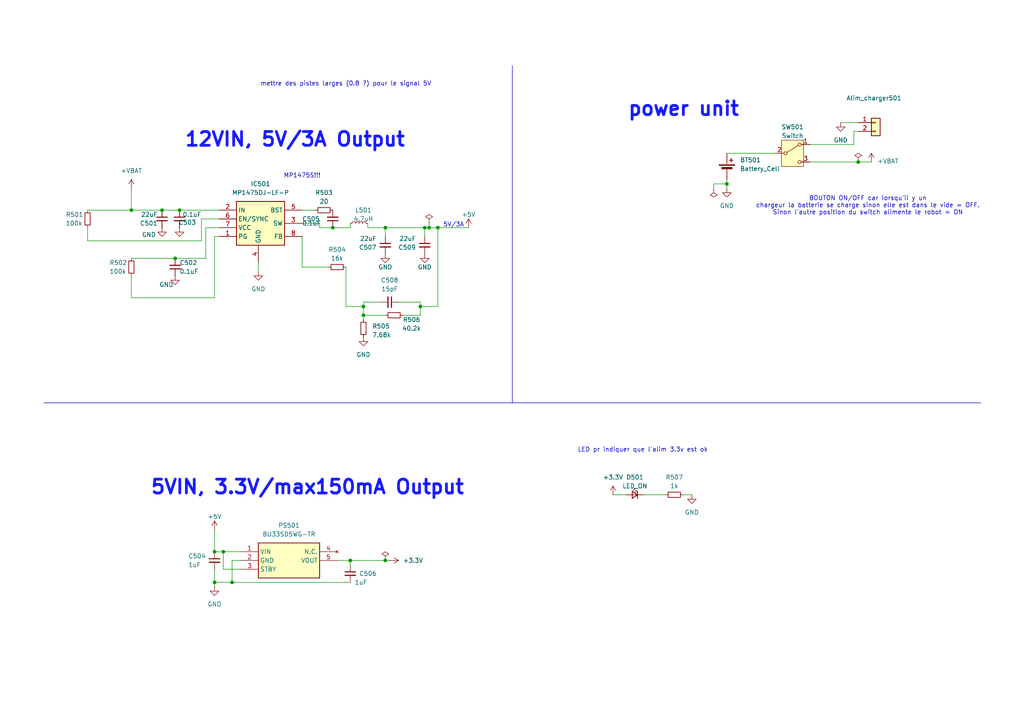
<source format=kicad_sch>
(kicad_sch (version 20231120) (generator "eeschema") (generator_version "8.0")
  (paper "A4")
  (lib_symbols
    (symbol "+5V_1" (power) (pin_numbers hide) (pin_names (offset 0) hide)
      (property "Value" "+5V" (at 0 3.81 0))
      (symbol "+5V_1_0_1"
        (polyline (pts (xy -0.762 1.27) (xy 0 2.54)))
        (polyline (pts (xy 0 0) (xy 0 2.54)))
        (polyline (pts (xy 0 2.54) (xy 0.762 1.27)))
      )
      (symbol "+5V_1_1_1"
        (pin power_in line (at 0 0 90) (length 0) (name "~") (number "1"))
      )
    )
    (symbol "BU33SD5WG-TR:BU33SD5WG-TR"
      (property "Reference" "PS" (at 24.13 7.62 0))
      (property "Value" "BU33SD5WG-TR" (at 24.13 5.08 0))
      (symbol "BU33SD5WG-TR_1_1"
        (rectangle (start 5.08 2.54) (end 22.86 -7.62) (stroke (width 0.254)) (fill (type background)))
        (pin passive line (at 0 0 0) (length 5.08) (name "VIN") (number "1"))
        (pin passive line (at 0 -2.54 0) (length 5.08) (name "GND") (number "2"))
        (pin passive line (at 0 -5.08 0) (length 5.08) (name "STBY") (number "3"))
        (pin no_connect line (at 27.94 0 180) (length 5.08) (name "N.C.") (number "4"))
        (pin passive line (at 27.94 -2.54 180) (length 5.08) (name "VOUT") (number "5"))
      )
    )
    (symbol "Connector_Generic:Conn_01x02" (pin_names (offset 1.016) hide)
      (property "Reference" "J" (at 0 2.54 0))
      (property "Value" "Conn_01x02" (at 0 -5.08 0))
      (symbol "Conn_01x02_1_1"
        (rectangle (start -1.27 -2.413) (end 0 -2.667) (stroke (width 0.1524)))
        (rectangle (start -1.27 0.127) (end 0 -0.127) (stroke (width 0.1524)))
        (rectangle (start -1.27 1.27) (end 1.27 -3.81) (stroke (width 0.254)) (fill (type background)))
        (pin passive line (at -5.08 0 0) (length 3.81) (name "Pin_1") (number "1"))
        (pin passive line (at -5.08 -2.54 0) (length 3.81) (name "Pin_2") (number "2"))
      )
    )
    (symbol "Device:Battery_Cell" (pin_numbers hide) (pin_names (offset 0) hide)
      (property "Reference" "BT" (at 2.54 2.54 0))
      (property "Value" "Battery_Cell" (at 2.54 0 0))
      (symbol "Battery_Cell_0_1"
        (rectangle (start -2.286 1.778) (end 2.286 1.524) (fill (type outline)))
        (rectangle (start -1.524 1.016) (end 1.524 0.508) (fill (type outline)))
        (polyline (pts (xy 0 0.762) (xy 0 0)))
        (polyline (pts (xy 0 1.778) (xy 0 2.54)))
        (polyline (pts (xy 0.762 3.048) (xy 1.778 3.048)) (stroke (width 0.254)))
        (polyline (pts (xy 1.27 3.556) (xy 1.27 2.54)) (stroke (width 0.254)))
      )
      (symbol "Battery_Cell_1_1"
        (pin passive line (at 0 5.08 270) (length 2.54) (name "+") (number "1"))
        (pin passive line (at 0 -2.54 90) (length 2.54) (name "-") (number "2"))
      )
    )
    (symbol "Device:C_Small" (pin_numbers hide) (pin_names (offset 0.254) hide)
      (property "Reference" "C" (at 0.254 1.778 0))
      (property "Value" "C_Small" (at 0.254 -2.032 0))
      (symbol "C_Small_0_1"
        (polyline (pts (xy -1.524 -0.508) (xy 1.524 -0.508)) (stroke (width 0.3302)))
        (polyline (pts (xy -1.524 0.508) (xy 1.524 0.508)) (stroke (width 0.3048)))
      )
      (symbol "C_Small_1_1"
        (pin passive line (at 0 2.54 270) (length 2.032) (name "~") (number "1"))
        (pin passive line (at 0 -2.54 90) (length 2.032) (name "~") (number "2"))
      )
    )
    (symbol "Device:LED_Small" (pin_numbers hide) (pin_names (offset 0.254) hide)
      (property "Reference" "D" (at -1.27 3.175 0))
      (property "Value" "LED_Small" (at -4.445 -2.54 0))
      (symbol "LED_Small_0_1"
        (polyline (pts (xy -0.762 -1.016) (xy -0.762 1.016)) (stroke (width 0.254)))
        (polyline (pts (xy 1.016 0) (xy -0.762 0)))
        (polyline (pts (xy 0.762 -1.016) (xy -0.762 0) (xy 0.762 1.016) (xy 0.762 -1.016)) (stroke (width 0.254)))
        (polyline (pts (xy 0 0.762) (xy -0.508 1.27) (xy -0.254 1.27) (xy -0.508 1.27) (xy -0.508 1.016)))
        (polyline (pts (xy 0.508 1.27) (xy 0 1.778) (xy 0.254 1.778) (xy 0 1.778) (xy 0 1.524)))
      )
      (symbol "LED_Small_1_1"
        (pin passive line (at -2.54 0 0) (length 1.778) (name "K") (number "1"))
        (pin passive line (at 2.54 0 180) (length 1.778) (name "A") (number "2"))
      )
    )
    (symbol "Device:L_Small" (pin_numbers hide) (pin_names (offset 0.254) hide)
      (property "Reference" "L" (at 0.762 1.016 0))
      (property "Value" "L_Small" (at 0.762 -1.016 0))
      (symbol "L_Small_0_1"
        (arc (start 0 -2.032) (mid 0.5058 -1.524) (end 0 -1.016))
        (arc (start 0 -1.016) (mid 0.5058 -0.508) (end 0 0))
        (arc (start 0 0) (mid 0.5058 0.508) (end 0 1.016))
        (arc (start 0 1.016) (mid 0.5058 1.524) (end 0 2.032))
      )
      (symbol "L_Small_1_1"
        (pin passive line (at 0 2.54 270) (length 0.508) (name "~") (number "1"))
        (pin passive line (at 0 -2.54 90) (length 0.508) (name "~") (number "2"))
      )
    )
    (symbol "Device:R_Small" (pin_numbers hide) (pin_names (offset 0.254) hide)
      (property "Reference" "R" (at 0.762 0.508 0))
      (property "Value" "R_Small" (at 0.762 -1.016 0))
      (symbol "R_Small_0_1"
        (rectangle (start -0.762 1.778) (end 0.762 -1.778) (stroke (width 0.2032)))
      )
      (symbol "R_Small_1_1"
        (pin passive line (at 0 2.54 270) (length 0.762) (name "~") (number "1"))
        (pin passive line (at 0 -2.54 90) (length 0.762) (name "~") (number "2"))
      )
    )
    (symbol "MP1475DJ-LF-P:MP1475DJ-LF-P"
      (property "Reference" "IC" (at 11.43 7.112 0))
      (property "Value" "MP1475DJ-LF-P" (at 6.096 5.334 0))
      (symbol "MP1475DJ-LF-P_1_1"
        (rectangle (start 5.08 2.54) (end 19.05 -10.16) (stroke (width 0.254)) (fill (type background)))
        (pin passive line (at 0 -7.62 0) (length 5.08) (name "PG") (number "1"))
        (pin passive line (at 0 0 0) (length 5.08) (name "IN") (number "2"))
        (pin passive line (at 24.13 -3.81 180) (length 5.08) (name "SW") (number "3"))
        (pin passive line (at 11.43 -15.24 90) (length 5.08) (name "GND") (number "4"))
        (pin passive line (at 24.13 0 180) (length 5.08) (name "BST") (number "5"))
        (pin passive line (at 0 -2.54 0) (length 5.08) (name "EN/SYNC") (number "6"))
        (pin passive line (at 0 -5.08 0) (length 5.08) (name "VCC") (number "7"))
        (pin passive line (at 24.13 -7.62 180) (length 5.08) (name "FB") (number "8"))
      )
    )
    (symbol "Switch:SW_SPDT" (pin_names (offset 0) hide)
      (property "Reference" "SW" (at 0 5.08 0))
      (property "Value" "SW_SPDT" (at 0 -5.08 0))
      (symbol "SW_SPDT_0_1"
        (circle (center -2.032 0) (radius 0.4572))
        (polyline (pts (xy -1.651 0.254) (xy 1.651 2.286)))
        (circle (center 2.032 -2.54) (radius 0.4572))
        (circle (center 2.032 2.54) (radius 0.4572))
      )
      (symbol "SW_SPDT_1_1"
        (rectangle (start -3.175 3.81) (end 3.175 -3.81) (fill (type background)))
        (pin passive line (at 5.08 2.54 180) (length 2.54) (name "A") (number "1"))
        (pin passive line (at -5.08 0 0) (length 2.54) (name "B") (number "2"))
        (pin passive line (at 5.08 -2.54 180) (length 2.54) (name "C") (number "3"))
      )
    )
    (symbol "power:+3.3V" (power) (pin_numbers hide) (pin_names (offset 0) hide)
      (property "Value" "+3.3V" (at 0 3.556 0))
      (symbol "+3.3V_0_1"
        (polyline (pts (xy -0.762 1.27) (xy 0 2.54)))
        (polyline (pts (xy 0 0) (xy 0 2.54)))
        (polyline (pts (xy 0 2.54) (xy 0.762 1.27)))
      )
      (symbol "+3.3V_1_1"
        (pin power_in line (at 0 0 90) (length 0) (name "~") (number "1"))
      )
    )
    (symbol "power:+5V" (power) (pin_numbers hide) (pin_names (offset 0) hide)
      (property "Value" "+5V" (at 0 3.556 0))
      (symbol "+5V_0_1"
        (polyline (pts (xy -0.762 1.27) (xy 0 2.54)))
        (polyline (pts (xy 0 0) (xy 0 2.54)))
        (polyline (pts (xy 0 2.54) (xy 0.762 1.27)))
      )
      (symbol "+5V_1_1"
        (pin power_in line (at 0 0 90) (length 0) (name "~") (number "1"))
      )
    )
    (symbol "power:+BATT" (power) (pin_numbers hide) (pin_names (offset 0) hide)
      (property "Value" "+BATT" (at 0 3.556 0))
      (symbol "+BATT_0_1"
        (polyline (pts (xy -0.762 1.27) (xy 0 2.54)))
        (polyline (pts (xy 0 0) (xy 0 2.54)))
        (polyline (pts (xy 0 2.54) (xy 0.762 1.27)))
      )
      (symbol "+BATT_1_1"
        (pin power_in line (at 0 0 90) (length 0) (name "~") (number "1"))
      )
    )
    (symbol "power:GND" (power) (pin_numbers hide) (pin_names (offset 0) hide)
      (property "Value" "GND" (at 0 -3.81 0))
      (symbol "GND_0_1"
        (polyline (pts (xy 0 0) (xy 0 -1.27) (xy 1.27 -1.27) (xy 0 -2.54) (xy -1.27 -1.27) (xy 0 -1.27)))
      )
      (symbol "GND_1_1"
        (pin power_in line (at 0 0 270) (length 0) (name "~") (number "1"))
      )
    )
    (symbol "power:PWR_FLAG" (power) (pin_numbers hide) (pin_names (offset 0) hide)
      (property "Value" "PWR_FLAG" (at 0 3.81 0))
      (symbol "PWR_FLAG_0_0"
        (pin power_out line (at 0 0 90) (length 0) (name "~") (number "1"))
      )
      (symbol "PWR_FLAG_0_1"
        (polyline (pts (xy 0 0) (xy 0 1.27) (xy -1.016 1.905) (xy 0 2.54) (xy 1.016 1.905) (xy 0 1.27)))
      )
    )
  )
  (junction (at 210.82 53.34))
  (junction (at 101.6 162.56))
  (junction (at 38.1 60.96))
  (junction (at 123.19 66.04))
  (junction (at 111.76 66.04))
  (junction (at 64.77 160.02))
  (junction (at 124.46 66.04))
  (junction (at 121.92 88.9))
  (junction (at 127 66.04))
  (junction (at 52.07 60.96))
  (junction (at 248.92 46.99))
  (junction (at 67.31 168.91))
  (junction (at 50.8 74.93))
  (junction (at 96.52 66.04))
  (junction (at 105.41 88.9))
  (junction (at 105.41 91.44))
  (junction (at 62.23 160.02))
  (junction (at 62.23 168.91))
  (junction (at 46.99 60.96))
  (junction (at 111.76 162.56))
  (wire (pts (xy 87.63 60.96) (xy 91.44 60.96)))
  (wire (pts (xy 97.79 162.56) (xy 101.6 162.56)))
  (wire (pts (xy 116.84 91.44) (xy 121.92 91.44)))
  (wire (pts (xy 248.92 46.99) (xy 252.73 46.99)))
  (wire (pts (xy 59.69 66.04) (xy 63.5 66.04)))
  (wire (pts (xy 62.23 168.91) (xy 62.23 170.18)))
  (wire (pts (xy 67.31 168.91) (xy 62.23 168.91)))
  (wire (pts (xy 52.07 60.96) (xy 63.5 60.96)))
  (wire (pts (xy 67.31 168.91) (xy 101.6 168.91)))
  (wire (pts (xy 123.19 66.04) (xy 123.19 68.58)))
  (wire (pts (xy 111.76 162.56) (xy 113.03 162.56)))
  (wire (pts (xy 111.76 66.04) (xy 111.76 68.58)))
  (wire (pts (xy 25.4 60.96) (xy 38.1 60.96)))
  (wire (pts (xy 124.46 64.77) (xy 124.46 66.04)))
  (wire (pts (xy 96.52 66.04) (xy 101.6 66.04)))
  (wire (pts (xy 64.77 165.1) (xy 64.77 160.02)))
  (wire (pts (xy 243.84 35.56) (xy 248.92 35.56)))
  (polyline (pts (xy 148.59 116.84) (xy 284.48 116.84)))
  (wire (pts (xy 87.63 77.47) (xy 95.25 77.47)))
  (wire (pts (xy 207.01 54.61) (xy 207.01 53.34)))
  (wire (pts (xy 58.42 69.85) (xy 58.42 63.5)))
  (wire (pts (xy 123.19 66.04) (xy 124.46 66.04)))
  (wire (pts (xy 127 88.9) (xy 121.92 88.9)))
  (wire (pts (xy 115.57 87.63) (xy 121.92 87.63)))
  (wire (pts (xy 59.69 74.93) (xy 59.69 66.04)))
  (wire (pts (xy 121.92 88.9) (xy 121.92 91.44)))
  (wire (pts (xy 74.93 76.2) (xy 74.93 78.74)))
  (wire (pts (xy 101.6 162.56) (xy 101.6 163.83)))
  (wire (pts (xy 186.69 143.51) (xy 193.04 143.51)))
  (wire (pts (xy 207.01 53.34) (xy 210.82 53.34)))
  (wire (pts (xy 69.85 165.1) (xy 64.77 165.1)))
  (wire (pts (xy 62.23 165.1) (xy 62.23 168.91)))
  (wire (pts (xy 46.99 60.96) (xy 52.07 60.96)))
  (wire (pts (xy 105.41 91.44) (xy 111.76 91.44)))
  (wire (pts (xy 105.41 87.63) (xy 105.41 88.9)))
  (wire (pts (xy 101.6 66.04) (xy 101.6 64.77)))
  (wire (pts (xy 38.1 86.36) (xy 62.23 86.36)))
  (wire (pts (xy 247.65 41.91) (xy 234.95 41.91)))
  (wire (pts (xy 92.71 66.04) (xy 96.52 66.04)))
  (wire (pts (xy 100.33 88.9) (xy 100.33 77.47)))
  (wire (pts (xy 247.65 38.1) (xy 248.92 38.1)))
  (wire (pts (xy 62.23 68.58) (xy 62.23 86.36)))
  (wire (pts (xy 100.33 88.9) (xy 105.41 88.9)))
  (wire (pts (xy 38.1 74.93) (xy 50.8 74.93)))
  (wire (pts (xy 25.4 69.85) (xy 58.42 69.85)))
  (wire (pts (xy 121.92 87.63) (xy 121.92 88.9)))
  (wire (pts (xy 177.8 143.51) (xy 181.61 143.51)))
  (wire (pts (xy 106.68 66.04) (xy 111.76 66.04)))
  (wire (pts (xy 105.41 91.44) (xy 105.41 92.71)))
  (wire (pts (xy 38.1 54.61) (xy 38.1 60.96)))
  (wire (pts (xy 87.63 68.58) (xy 87.63 77.47)))
  (wire (pts (xy 210.82 44.45) (xy 224.79 44.45)))
  (wire (pts (xy 111.76 66.04) (xy 123.19 66.04)))
  (wire (pts (xy 247.65 38.1) (xy 247.65 41.91)))
  (wire (pts (xy 38.1 60.96) (xy 46.99 60.96)))
  (polyline (pts (xy 148.59 19.05) (xy 148.59 116.84)))
  (wire (pts (xy 38.1 80.01) (xy 38.1 86.36)))
  (wire (pts (xy 127 66.04) (xy 135.89 66.04)))
  (wire (pts (xy 210.82 54.61) (xy 210.82 53.34)))
  (wire (pts (xy 62.23 160.02) (xy 64.77 160.02)))
  (wire (pts (xy 58.42 63.5) (xy 63.5 63.5)))
  (wire (pts (xy 87.63 64.77) (xy 92.71 64.77)))
  (wire (pts (xy 234.95 46.99) (xy 248.92 46.99)))
  (wire (pts (xy 127 66.04) (xy 127 88.9)))
  (wire (pts (xy 110.49 87.63) (xy 105.41 87.63)))
  (wire (pts (xy 50.8 74.93) (xy 59.69 74.93)))
  (wire (pts (xy 106.68 66.04) (xy 106.68 64.77)))
  (wire (pts (xy 67.31 162.56) (xy 67.31 168.91)))
  (wire (pts (xy 62.23 153.67) (xy 62.23 160.02)))
  (wire (pts (xy 62.23 68.58) (xy 63.5 68.58)))
  (wire (pts (xy 105.41 91.44) (xy 105.41 88.9)))
  (wire (pts (xy 101.6 162.56) (xy 111.76 162.56)))
  (wire (pts (xy 64.77 160.02) (xy 69.85 160.02)))
  (wire (pts (xy 67.31 162.56) (xy 69.85 162.56)))
  (wire (pts (xy 124.46 66.04) (xy 127 66.04)))
  (wire (pts (xy 92.71 64.77) (xy 92.71 66.04)))
  (wire (pts (xy 210.82 53.34) (xy 210.82 52.07)))
  (wire (pts (xy 25.4 66.04) (xy 25.4 69.85)))
  (polyline (pts (xy 12.7 116.84) (xy 148.59 116.84)))
  (wire (pts (xy 198.12 143.51) (xy 200.66 143.51)))
  (text "mettre des pistes larges (0.8 ?) pour le signal 5V" (at 100.33 24.384 0) (effects (font (size 1.27 1.27))))
  (text "12VIN, 5V/3A Output" (at 53.34 42.926 0) (effects (font (size 4 4) (thickness 0.8) (bold yes)) (justify left bottom)))
  (text "LED pr indiquer que l'alim 3.3v est ok" (at 186.436 130.556 0) (effects (font (size 1.27 1.27))))
  (text "5VIN, 3.3V/max150mA Output" (at 43.434 143.764 0) (effects (font (size 4 4) (thickness 0.8) (bold yes)) (justify left bottom)))
  (text "MP1475S!!!" (at 87.63 51.054 0) (effects (font (size 1.27 1.27))))
  (text "5V/3A" (at 131.572 65.278 0) (effects (font (size 1.27 1.27))))
  (text "power unit\n" (at 181.864 34.036 0) (effects (font (size 4 4) (thickness 0.8) (bold yes)) (justify left bottom)))
  (text "BOUTON ON/OFF car lorsqu'il y un\nchargeur la batterie se charge sinon elle est dans le vide = OFF.\nSinon l'autre position du switch alimente le robot = ON\n" (at 251.714 59.69 0) (effects (font (size 1.27 1.27))))
  (symbol (lib_name "+5V_1") (lib_id "power:+5V") (at 135.89 66.04 0) (unit 1)
    (property "Reference" "#PWR0512" (effects (hide yes)))
    (property "Value" "+5V" (at 135.89 62.23 0))
  )
  (symbol (lib_id "power:GND") (at 50.8 80.01 0) (unit 1)
    (property "Reference" "#PWR0503" (effects (hide yes)))
    (property "Value" "GND" (at 48.26 82.55 0))
  )
  (symbol (lib_id "Device:R_Small") (at 114.3 91.44 90) (unit 1)
    (property "Reference" "R506" (at 119.38 92.71 90))
    (property "Value" "40.2k" (at 119.38 95.25 90))
    (property "Footprint" "Resistor_SMD:R_0402_1005Metric" (effects (hide yes)))
    (property "Height" "0603" (effects (hide yes)))
  )
  (symbol (lib_id "power:GND") (at 46.99 66.04 0) (unit 1)
    (property "Reference" "#PWR0502" (effects (hide yes)))
    (property "Value" "GND" (at 43.18 68.072 0))
  )
  (symbol (lib_id "power:GND") (at 111.76 73.66 0) (unit 1)
    (property "Reference" "#PWR0509" (effects (hide yes)))
    (property "Value" "GND" (at 111.76 77.47 0))
  )
  (symbol (lib_id "Device:R_Small") (at 25.4 63.5 180) (unit 1)
    (property "Reference" "R501" (at 19.05 62.23 0) (effects (justify right)))
    (property "Value" "100k" (at 19.05 64.77 0) (effects (justify right)))
    (property "Footprint" "Resistor_SMD:R_0402_1005Metric" (effects (hide yes)))
    (property "Height" "0603" (effects (hide yes)))
  )
  (symbol (lib_id "power:GND") (at 52.07 66.04 0) (unit 1)
    (property "Reference" "#PWR0504" (effects (hide yes)))
    (property "Value" "GND" (effects (hide yes)))
  )
  (symbol (lib_id "BU33SD5WG-TR:BU33SD5WG-TR") (at 69.85 160.02 0) (unit 1)
    (property "Reference" "PS501" (at 83.82 152.4 0))
    (property "Value" "BU33SD5WG-TR" (at 83.82 154.94 0))
    (property "Footprint" "Library:SOT95P280X125-5N" (effects (hide yes)))
    (property "Datasheet" "https://componentsearchengine.com/Datasheets/1/BU33SD5WG-TR.pdf" (effects (hide yes)))
    (property "Description" "LDO regulator,3.3V,0.5A,standby,SSOP5 ROHM BU33SD5WG-TR, LDO Voltage Regulator, 0.5A, 3.3 V +/-2%, 1.7  6 Vin, 5-Pin SSOP" (effects (hide yes)))
    (property "Height" "1.25" (effects (hide yes)))
    (property "Manufacturer_Name" "ROHM Semiconductor" (effects (hide yes)))
    (property "Manufacturer_Part_Number" "BU33SD5WG-TR" (effects (hide yes)))
    (property "Mouser Part Number" "755-BU33SD5WG-TR" (effects (hide yes)))
    (property "Mouser Price/Stock" "https://www.mouser.co.uk/ProductDetail/ROHM-Semiconductor/BU33SD5WG-TR?qs=%2FKR40Cd6GUrQDzRkUEt69Q%3D%3D" (effects (hide yes)))
  )
  (symbol (lib_id "power:PWR_FLAG") (at 207.01 54.61 180) (unit 1)
    (property "Reference" "#FLG03" (effects (hide yes)))
    (property "Value" "PWR_FLAG" (effects (hide yes)))
    (property "Description" "Special symbol for telling ERC where power comes from" (effects (hide yes)))
  )
  (symbol (lib_id "power:+3.3V") (at 113.03 162.56 270) (unit 1)
    (property "Reference" "#PWR0510" (effects (hide yes)))
    (property "Value" "+3.3V" (at 116.84 162.5599 90) (effects (justify left)))
  )
  (symbol (lib_id "Device:C_Small") (at 46.99 63.5 0) (unit 1)
    (property "Reference" "C501" (at 45.72 64.77 0) (effects (justify right)))
    (property "Value" "22uF" (at 45.72 62.23 0) (effects (justify right)))
    (property "Footprint" "Capacitor_SMD:C_0805_2012Metric" (effects (hide yes)))
  )
  (symbol (lib_id "Device:C_Small") (at 123.19 71.12 0) (unit 1)
    (property "Reference" "C509" (at 120.65 71.7614 0) (effects (justify right)))
    (property "Value" "22uF" (at 120.65 69.2214 0) (effects (justify right)))
    (property "Footprint" "Capacitor_SMD:C_0805_2012Metric" (effects (hide yes)))
  )
  (symbol (lib_id "power:GND") (at 210.82 54.61 0) (unit 1)
    (property "Reference" "#PWR0515" (effects (hide yes)))
    (property "Value" "GND" (at 210.82 59.69 0))
    (property "Description" "Power symbol creates a global label with name \"GND\" , ground" (effects (hide yes)))
  )
  (symbol (lib_id "Device:R_Small") (at 105.41 95.25 180) (unit 1)
    (property "Reference" "R505" (at 107.95 94.615 0) (effects (justify right)))
    (property "Value" "7.68k" (at 107.95 97.155 0) (effects (justify right)))
    (property "Footprint" "Resistor_SMD:R_0402_1005Metric" (effects (hide yes)))
    (property "Height" "0603" (effects (hide yes)))
  )
  (symbol (lib_id "Device:L_Small") (at 104.14 64.77 90) (unit 1)
    (property "Reference" "L501" (at 105.41 60.96 90))
    (property "Value" "4.7uH" (at 105.41 63.5 90))
    (property "Footprint" "Library:INDPM5050X200N" (effects (hide yes)))
    (property "Datasheet" "https://www.we-online.com/components/products/datasheet/74438356047HT.pdf" (effects (hide yes)))
    (property "Manufacturer_Name" "Wurth" (effects (hide yes)))
    (property "Manufacturer_Part_Number" "74438356047HT " (effects (hide yes)))
    (property "Mouser Part Number" " 710-74438356047HT " (effects (hide yes)))
    (property "Mouser Price/Stock" "https://www.mouser.fr/ProductDetail/Wurth-Elektronik/74438356047HT?qs=YwPsRIUVAOcmekVUpNwTmA%3D%3D" (effects (hide yes)))
  )
  (symbol (lib_id "Device:C_Small") (at 50.8 77.47 180) (unit 1)
    (property "Reference" "C502" (at 52.07 76.2 0) (effects (justify right)))
    (property "Value" "0.1uF" (at 52.07 78.74 0) (effects (justify right)))
    (property "Footprint" "Capacitor_SMD:C_0402_1005Metric" (effects (hide yes)))
  )
  (symbol (lib_id "Device:R_Small") (at 93.98 60.96 90) (unit 1)
    (property "Reference" "R503" (at 93.98 55.88 90))
    (property "Value" "20" (at 93.98 58.42 90))
    (property "Footprint" "Resistor_SMD:R_0402_1005Metric" (effects (hide yes)))
    (property "Height" "0805" (effects (hide yes)))
  )
  (symbol (lib_id "Device:C_Small") (at 62.23 162.56 0) (unit 1)
    (property "Reference" "C504" (at 54.61 161.29 0) (effects (justify left)))
    (property "Value" "1uF" (at 54.61 163.83 0) (effects (justify left)))
    (property "Footprint" "Capacitor_SMD:C_0603_1608Metric" (effects (hide yes)))
  )
  (symbol (lib_id "power:+BATT") (at 38.1 54.61 0) (unit 1)
    (property "Reference" "#PWR0501" (effects (hide yes)))
    (property "Value" "+VBAT" (at 38.1 49.53 0))
    (property "Description" "Power symbol creates a global label with name \"+BATT\"" (effects (hide yes)))
  )
  (symbol (lib_id "power:PWR_FLAG") (at 111.76 162.56 0) (unit 1)
    (property "Reference" "#FLG02" (effects (hide yes)))
    (property "Value" "PWR_FLAG" (effects (hide yes)))
    (property "Description" "Special symbol for telling ERC where power comes from" (effects (hide yes)))
  )
  (symbol (lib_id "power:GND") (at 243.84 35.56 0) (unit 1)
    (property "Reference" "#PWR0516" (effects (hide yes)))
    (property "Value" "GND" (at 243.84 40.64 0))
    (property "Description" "Power symbol creates a global label with name \"GND\" , ground" (effects (hide yes)))
  )
  (symbol (lib_id "Device:C_Small") (at 96.52 63.5 180) (unit 1)
    (property "Reference" "C505" (at 87.63 63.5 0) (effects (justify right)))
    (property "Value" "0.1uF" (at 87.63 64.77 0) (effects (justify right)))
    (property "Footprint" "Capacitor_SMD:C_0402_1005Metric" (effects (hide yes)))
  )
  (symbol (lib_id "power:GND") (at 74.93 78.74 0) (unit 1)
    (property "Reference" "#PWR0507" (effects (hide yes)))
    (property "Value" "GND" (at 74.93 83.82 0))
  )
  (symbol (lib_id "Device:R_Small") (at 97.79 77.47 90) (unit 1)
    (property "Reference" "R504" (at 97.79 72.39 90))
    (property "Value" "16k" (at 97.79 74.93 90))
    (property "Footprint" "Resistor_SMD:R_0402_1005Metric" (effects (hide yes)))
    (property "Height" "0603" (effects (hide yes)))
  )
  (symbol (lib_id "Device:R_Small") (at 38.1 77.47 180) (unit 1)
    (property "Reference" "R502" (at 31.75 76.2 0) (effects (justify right)))
    (property "Value" "100k" (at 31.75 78.74 0) (effects (justify right)))
    (property "Footprint" "Resistor_SMD:R_0402_1005Metric" (effects (hide yes)))
    (property "Height" "0603" (effects (hide yes)))
  )
  (symbol (lib_id "power:PWR_FLAG") (at 124.46 64.77 0) (unit 1)
    (property "Reference" "#FLG04" (effects (hide yes)))
    (property "Value" "PWR_FLAG" (effects (hide yes)))
    (property "Description" "Special symbol for telling ERC where power comes from" (effects (hide yes)))
  )
  (symbol (lib_id "power:+5V") (at 62.23 153.67 0) (unit 1)
    (property "Reference" "#PWR0505" (effects (hide yes)))
    (property "Value" "+5V" (at 62.23 149.86 0))
  )
  (symbol (lib_id "power:GND") (at 200.66 143.51 0) (unit 1)
    (property "Reference" "#PWR0514" (effects (hide yes)))
    (property "Value" "GND" (at 200.66 148.59 0))
    (property "Description" "Power symbol creates a global label with name \"GND\" , ground" (effects (hide yes)))
  )
  (symbol (lib_id "Device:Battery_Cell") (at 210.82 49.53 0) (unit 1)
    (property "Reference" "BT501" (at 214.63 46.4184 0) (effects (justify left)))
    (property "Value" "Battery_Cell" (at 214.63 48.9584 0) (effects (justify left)))
    (property "Footprint" "Connector_JST:JST_XH_S2B-XH-A-1_1x02_P2.50mm_Horizontal" (effects (hide yes)))
    (property "Description" "Single-cell battery" (effects (hide yes)))
  )
  (symbol (lib_id "MP1475DJ-LF-P:MP1475DJ-LF-P") (at 63.5 60.96 0) (unit 1)
    (property "Reference" "IC501" (at 75.565 53.34 0))
    (property "Value" "MP1475DJ-LF-P" (at 75.565 55.88 0))
    (property "Footprint" "Library:SOT65P280X100-8N" (effects (hide yes)))
    (property "Datasheet" "https://www.monolithicpower.com/en/documentview/productdocument/index/version/2/document_type/Datasheet/lang/en/sku/MP1475/document_id/342" (effects (hide yes)))
    (property "Description" "Switching Voltage Regulators 3A, 16V, 500kHz Sync, Stp-Dwn Cnvrtr" (effects (hide yes)))
    (property "Height" "1" (effects (hide yes)))
    (property "Mouser Part Number" "946-MP1475DJLFP" (effects (hide yes)))
    (property "Mouser Price/Stock" "https://www.mouser.co.uk/ProductDetail/Monolithic-Power-Systems-MPS/MP1475DJ-LF-P?qs=Iq7RKQRjpgoaxnjiXuhBAA%3D%3D" (effects (hide yes)))
    (property "Manufacturer_Name" "Monolithic Power Systems (MPS)" (effects (hide yes)))
    (property "Manufacturer_Part_Number" "MP1475DJ-LF-P" (effects (hide yes)))
  )
  (symbol (lib_id "Switch:SW_SPDT") (at 229.87 44.45 0) (unit 1)
    (property "Reference" "SW501" (at 229.87 36.83 0))
    (property "Value" "Switch" (at 229.87 39.37 0))
    (property "Footprint" "Connector_JST:JST_XH_S3B-XH-A-1_1x03_P2.50mm_Horizontal" (effects (hide yes)))
    (property "Description" "Switch, single pole double throw" (effects (hide yes)))
    (property "Manufacturer_Name" "Wurth" (effects (hide yes)))
    (property "Manufacturer_Part_Number" "WS-TOTV Ø 6.35mm" (effects (hide yes)))
    (property "Mouser Part Number" "1333652" (effects (hide yes)))
  )
  (symbol (lib_id "Device:C_Small") (at 101.6 166.37 0) (unit 1)
    (property "Reference" "C506" (at 104.14 166.37 0) (effects (justify left)))
    (property "Value" "1uF" (at 102.87 168.91 0) (effects (justify left)))
    (property "Footprint" "Capacitor_SMD:C_0603_1608Metric" (effects (hide yes)))
  )
  (symbol (lib_id "power:GND") (at 105.41 97.79 0) (unit 1)
    (property "Reference" "#PWR0508" (effects (hide yes)))
    (property "Value" "GND" (at 105.41 102.87 0))
  )
  (symbol (lib_id "Device:C_Small") (at 111.76 71.12 0) (unit 1)
    (property "Reference" "C507" (at 109.22 71.7614 0) (effects (justify right)))
    (property "Value" "22uF" (at 109.22 69.2214 0) (effects (justify right)))
    (property "Footprint" "Capacitor_SMD:C_0805_2012Metric" (effects (hide yes)))
  )
  (symbol (lib_id "power:+3.3V") (at 177.8 143.51 0) (unit 1)
    (property "Reference" "#PWR0513" (effects (hide yes)))
    (property "Value" "+3.3V" (at 177.8 138.43 0))
    (property "Description" "Power symbol creates a global label with name \"+3.3V\"" (effects (hide yes)))
  )
  (symbol (lib_id "Device:LED_Small") (at 184.15 143.51 0) (mirror y) (unit 1)
    (property "Reference" "D501" (at 184.15 138.43 0))
    (property "Value" "LED_ON" (at 184.15 140.97 0))
    (property "Footprint" "LED_SMD:LED_0603_1608Metric_Pad1.05x0.95mm_HandSolder" (effects (hide yes)))
    (property "Description" "Light emitting diode, small symbol" (effects (hide yes)))
  )
  (symbol (lib_id "power:PWR_FLAG") (at 248.92 46.99 0) (unit 1)
    (property "Reference" "#FLG01" (effects (hide yes)))
    (property "Value" "PWR_FLAG" (effects (hide yes)))
    (property "Description" "Special symbol for telling ERC where power comes from" (effects (hide yes)))
  )
  (symbol (lib_id "power:GND") (at 123.19 73.66 0) (unit 1)
    (property "Reference" "#PWR0511" (effects (hide yes)))
    (property "Value" "GND" (at 123.19 77.47 0))
  )
  (symbol (lib_id "Device:C_Small") (at 52.07 63.5 0) (unit 1)
    (property "Reference" "C503" (at 56.896 64.516 0) (effects (justify right)))
    (property "Value" "0.1uF" (at 58.42 62.23 0) (effects (justify right)))
    (property "Footprint" "Capacitor_SMD:C_0402_1005Metric" (effects (hide yes)))
  )
  (symbol (lib_id "Connector_Generic:Conn_01x02") (at 254 35.56 0) (unit 1)
    (property "Reference" "Alim_charger501" (at 253.492 28.448 0))
    (property "Value" "Conn_01x02" (effects (hide yes)))
    (property "Footprint" "Connector_JST:JST_XH_S2B-XH-A-1_1x02_P2.50mm_Horizontal" (effects (hide yes)))
    (property "Description" "Generic connector, single row, 01x02, script generated (kicad-library-utils/schlib/autogen/connector/)" (effects (hide yes)))
  )
  (symbol (lib_id "power:GND") (at 62.23 170.18 0) (unit 1)
    (property "Reference" "#PWR0506" (effects (hide yes)))
    (property "Value" "GND" (at 62.23 175.26 0))
  )
  (symbol (lib_id "Device:C_Small") (at 113.03 87.63 270) (unit 1)
    (property "Reference" "C508" (at 113.0236 81.28 90))
    (property "Value" "15pF" (at 113.0236 83.82 90))
    (property "Footprint" "Capacitor_SMD:C_0402_1005Metric" (effects (hide yes)))
  )
  (symbol (lib_id "power:+BATT") (at 252.73 46.99 0) (unit 1)
    (property "Reference" "#PWR0517" (effects (hide yes)))
    (property "Value" "+VBAT" (at 257.556 46.736 0))
    (property "Description" "Power symbol creates a global label with name \"+BATT\"" (effects (hide yes)))
  )
  (symbol (lib_id "Device:R_Small") (at 195.58 143.51 90) (unit 1)
    (property "Reference" "R507" (at 195.58 138.43 90))
    (property "Value" "1k" (at 195.58 140.97 90))
    (property "Footprint" "Resistor_SMD:R_0402_1005Metric" (effects (hide yes)))
    (property "Description" "Resistor, small symbol" (effects (hide yes)))
    (property "Height" "0603" (effects (hide yes)))
  )
)
</source>
